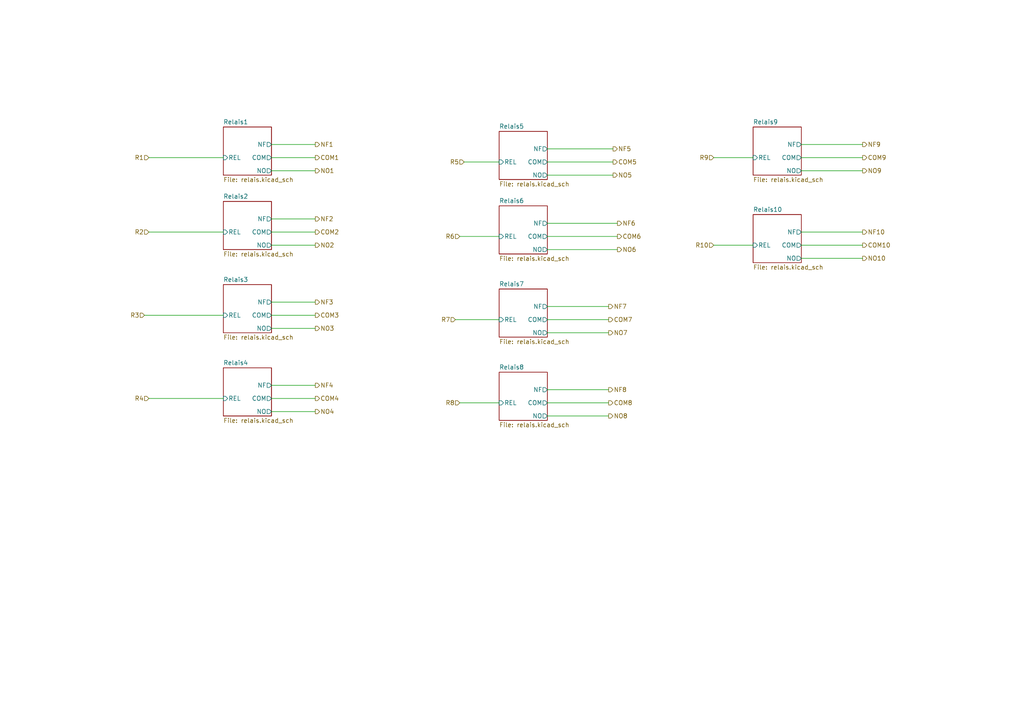
<source format=kicad_sch>
(kicad_sch (version 20211123) (generator eeschema)
  (paper "A4")
  (lib_symbols)
  (wire (pts (xy 78.74 67.31) (xy 91.44 67.31)))
  (wire (pts (xy 158.75 72.39) (xy 179.07 72.39)))
  (wire (pts (xy 158.75 92.71) (xy 176.53 92.71)))
  (wire (pts (xy 232.41 71.12) (xy 250.19 71.12)))
  (wire (pts (xy 41.91 91.44) (xy 64.77 91.44)))
  (wire (pts (xy 43.18 67.31) (xy 64.77 67.31)))
  (wire (pts (xy 232.41 74.93) (xy 250.19 74.93)))
  (wire (pts (xy 133.35 116.84) (xy 144.78 116.84)))
  (wire (pts (xy 43.18 45.72) (xy 64.77 45.72)))
  (wire (pts (xy 78.74 49.53) (xy 91.44 49.53)))
  (wire (pts (xy 78.74 87.63) (xy 91.44 87.63)))
  (wire (pts (xy 158.75 68.58) (xy 179.07 68.58)))
  (wire (pts (xy 158.75 50.8) (xy 177.8 50.8)))
  (wire (pts (xy 78.74 41.91) (xy 91.44 41.91)))
  (wire (pts (xy 158.75 96.52) (xy 176.53 96.52)))
  (wire (pts (xy 78.74 91.44) (xy 91.44 91.44)))
  (wire (pts (xy 132.08 92.71) (xy 144.78 92.71)))
  (wire (pts (xy 43.18 115.57) (xy 64.77 115.57)))
  (wire (pts (xy 78.74 111.76) (xy 91.44 111.76)))
  (wire (pts (xy 158.75 64.77) (xy 179.07 64.77)))
  (wire (pts (xy 207.01 71.12) (xy 218.44 71.12)))
  (wire (pts (xy 232.41 41.91) (xy 250.19 41.91)))
  (wire (pts (xy 133.35 68.58) (xy 144.78 68.58)))
  (wire (pts (xy 78.74 119.38) (xy 91.44 119.38)))
  (wire (pts (xy 78.74 45.72) (xy 91.44 45.72)))
  (wire (pts (xy 78.74 71.12) (xy 91.44 71.12)))
  (wire (pts (xy 78.74 63.5) (xy 91.44 63.5)))
  (wire (pts (xy 232.41 49.53) (xy 250.19 49.53)))
  (wire (pts (xy 158.75 88.9) (xy 176.53 88.9)))
  (wire (pts (xy 134.62 46.99) (xy 144.78 46.99)))
  (wire (pts (xy 78.74 95.25) (xy 91.44 95.25)))
  (wire (pts (xy 158.75 43.18) (xy 177.8 43.18)))
  (wire (pts (xy 158.75 120.65) (xy 176.53 120.65)))
  (wire (pts (xy 78.74 115.57) (xy 91.44 115.57)))
  (wire (pts (xy 232.41 67.31) (xy 250.19 67.31)))
  (wire (pts (xy 232.41 45.72) (xy 250.19 45.72)))
  (wire (pts (xy 158.75 46.99) (xy 177.8 46.99)))
  (wire (pts (xy 207.01 45.72) (xy 218.44 45.72)))
  (wire (pts (xy 158.75 113.03) (xy 176.53 113.03)))
  (wire (pts (xy 158.75 116.84) (xy 176.53 116.84)))
  (hierarchical_label "NO1" (shape output) (at 91.44 49.53 0))
  (hierarchical_label "NF10" (shape output) (at 250.19 67.31 0))
  (hierarchical_label "NF1" (shape output) (at 91.44 41.91 0))
  (hierarchical_label "R3" (shape input) (at 41.91 91.44 180))
  (hierarchical_label "NO9" (shape output) (at 250.19 49.53 0))
  (hierarchical_label "NF2" (shape output) (at 91.44 63.5 0))
  (hierarchical_label "NO7" (shape output) (at 176.53 96.52 0))
  (hierarchical_label "NO2" (shape output) (at 91.44 71.12 0))
  (hierarchical_label "COM7" (shape output) (at 176.53 92.71 0))
  (hierarchical_label "R9" (shape input) (at 207.01 45.72 180))
  (hierarchical_label "R7" (shape input) (at 132.08 92.71 180))
  (hierarchical_label "R4" (shape input) (at 43.18 115.57 180))
  (hierarchical_label "NF9" (shape output) (at 250.19 41.91 0))
  (hierarchical_label "COM9" (shape output) (at 250.19 45.72 0))
  (hierarchical_label "COM10" (shape output) (at 250.19 71.12 0))
  (hierarchical_label "NF5" (shape output) (at 177.8 43.18 0))
  (hierarchical_label "COM6" (shape output) (at 179.07 68.58 0))
  (hierarchical_label "NO10" (shape output) (at 250.19 74.93 0))
  (hierarchical_label "NF8" (shape output) (at 176.53 113.03 0))
  (hierarchical_label "NO5" (shape output) (at 177.8 50.8 0))
  (hierarchical_label "COM1" (shape output) (at 91.44 45.72 0))
  (hierarchical_label "COM2" (shape output) (at 91.44 67.31 0))
  (hierarchical_label "R2" (shape input) (at 43.18 67.31 180))
  (hierarchical_label "NF6" (shape output) (at 179.07 64.77 0))
  (hierarchical_label "NF3" (shape output) (at 91.44 87.63 0))
  (hierarchical_label "R6" (shape input) (at 133.35 68.58 180))
  (hierarchical_label "R10" (shape input) (at 207.01 71.12 180))
  (hierarchical_label "R5" (shape input) (at 134.62 46.99 180))
  (hierarchical_label "COM4" (shape output) (at 91.44 115.57 0))
  (hierarchical_label "NO4" (shape output) (at 91.44 119.38 0))
  (hierarchical_label "COM8" (shape output) (at 176.53 116.84 0))
  (hierarchical_label "COM5" (shape output) (at 177.8 46.99 0))
  (hierarchical_label "NO3" (shape output) (at 91.44 95.25 0))
  (hierarchical_label "R8" (shape input) (at 133.35 116.84 180))
  (hierarchical_label "NO8" (shape output) (at 176.53 120.65 0))
  (hierarchical_label "NO6" (shape output) (at 179.07 72.39 0))
  (hierarchical_label "COM3" (shape output) (at 91.44 91.44 0))
  (hierarchical_label "NF4" (shape output) (at 91.44 111.76 0))
  (hierarchical_label "NF7" (shape output) (at 176.53 88.9 0))
  (hierarchical_label "R1" (shape input) (at 43.18 45.72 180))
  (sheet (at 144.78 107.95) (size 13.97 13.97) (stroke (width 0.1524))
    (property "Sheet name" "Relais8" (at 144.78 107.2384 0) (effects (justify left bottom)))
    (property "Sheet file" "relais.kicad_sch" (at 144.78 122.5046 0) (effects (justify left top)))
    (pin "REL" input (at 144.78 116.84 180))
    (pin "NF" output (at 158.75 113.03 0))
    (pin "COM" output (at 158.75 116.84 0))
    (pin "NO" output (at 158.75 120.65 0))
  )
  (sheet (at 218.44 36.83) (size 13.97 13.97) (stroke (width 0.1524))
    (property "Sheet name" "Relais9" (at 218.44 36.1184 0) (effects (justify left bottom)))
    (property "Sheet file" "relais.kicad_sch" (at 218.44 51.3846 0) (effects (justify left top)))
    (pin "REL" input (at 218.44 45.72 180))
    (pin "NF" output (at 232.41 41.91 0))
    (pin "COM" output (at 232.41 45.72 0))
    (pin "NO" output (at 232.41 49.53 0))
  )
  (sheet (at 64.77 82.55) (size 13.97 13.97) (stroke (width 0.1524))
    (property "Sheet name" "Relais3" (at 64.77 81.8384 0) (effects (justify left bottom)))
    (property "Sheet file" "relais.kicad_sch" (at 64.77 97.1046 0) (effects (justify left top)))
    (pin "REL" input (at 64.77 91.44 180))
    (pin "NF" output (at 78.74 87.63 0))
    (pin "COM" output (at 78.74 91.44 0))
    (pin "NO" output (at 78.74 95.25 0))
  )
  (sheet (at 64.77 58.42) (size 13.97 13.97) (stroke (width 0.1524))
    (property "Sheet name" "Relais2" (at 64.77 57.7084 0) (effects (justify left bottom)))
    (property "Sheet file" "relais.kicad_sch" (at 64.77 72.9746 0) (effects (justify left top)))
    (pin "REL" input (at 64.77 67.31 180))
    (pin "NF" output (at 78.74 63.5 0))
    (pin "COM" output (at 78.74 67.31 0))
    (pin "NO" output (at 78.74 71.12 0))
  )
  (sheet (at 144.78 83.82) (size 13.97 13.97) (stroke (width 0.1524))
    (property "Sheet name" "Relais7" (at 144.78 83.1084 0) (effects (justify left bottom)))
    (property "Sheet file" "relais.kicad_sch" (at 144.78 98.3746 0) (effects (justify left top)))
    (pin "REL" input (at 144.78 92.71 180))
    (pin "NF" output (at 158.75 88.9 0))
    (pin "COM" output (at 158.75 92.71 0))
    (pin "NO" output (at 158.75 96.52 0))
  )
  (sheet (at 144.78 59.69) (size 13.97 13.97) (stroke (width 0.1524))
    (property "Sheet name" "Relais6" (at 144.78 58.9784 0) (effects (justify left bottom)))
    (property "Sheet file" "relais.kicad_sch" (at 144.78 74.2446 0) (effects (justify left top)))
    (pin "REL" input (at 144.78 68.58 180))
    (pin "NF" output (at 158.75 64.77 0))
    (pin "COM" output (at 158.75 68.58 0))
    (pin "NO" output (at 158.75 72.39 0))
  )
  (sheet (at 64.77 106.68) (size 13.97 13.97) (stroke (width 0.1524))
    (property "Sheet name" "Relais4" (at 64.77 105.9684 0) (effects (justify left bottom)))
    (property "Sheet file" "relais.kicad_sch" (at 64.77 121.2346 0) (effects (justify left top)))
    (pin "REL" input (at 64.77 115.57 180))
    (pin "NF" output (at 78.74 111.76 0))
    (pin "COM" output (at 78.74 115.57 0))
    (pin "NO" output (at 78.74 119.38 0))
  )
  (sheet (at 144.78 38.1) (size 13.97 13.97) (stroke (width 0.1524))
    (property "Sheet name" "Relais5" (at 144.78 37.3884 0) (effects (justify left bottom)))
    (property "Sheet file" "relais.kicad_sch" (at 144.78 52.6546 0) (effects (justify left top)))
    (pin "REL" input (at 144.78 46.99 180))
    (pin "NF" output (at 158.75 43.18 0))
    (pin "COM" output (at 158.75 46.99 0))
    (pin "NO" output (at 158.75 50.8 0))
  )
  (sheet (at 218.44 62.23) (size 13.97 13.97) (stroke (width 0.1524))
    (property "Sheet name" "Relais10" (at 218.44 61.5184 0) (effects (justify left bottom)))
    (property "Sheet file" "relais.kicad_sch" (at 218.44 76.7846 0) (effects (justify left top)))
    (pin "REL" input (at 218.44 71.12 180))
    (pin "NF" output (at 232.41 67.31 0))
    (pin "COM" output (at 232.41 71.12 0))
    (pin "NO" output (at 232.41 74.93 0))
  )
  (sheet (at 64.77 36.83) (size 13.97 13.97) (stroke (width 0.1524))
    (property "Sheet name" "Relais1" (at 64.77 36.1184 0) (effects (justify left bottom)))
    (property "Sheet file" "relais.kicad_sch" (at 64.77 51.3846 0) (effects (justify left top)))
    (pin "REL" input (at 64.77 45.72 180))
    (pin "NF" output (at 78.74 41.91 0))
    (pin "COM" output (at 78.74 45.72 0))
    (pin "NO" output (at 78.74 49.53 0))
  )
)
</source>
